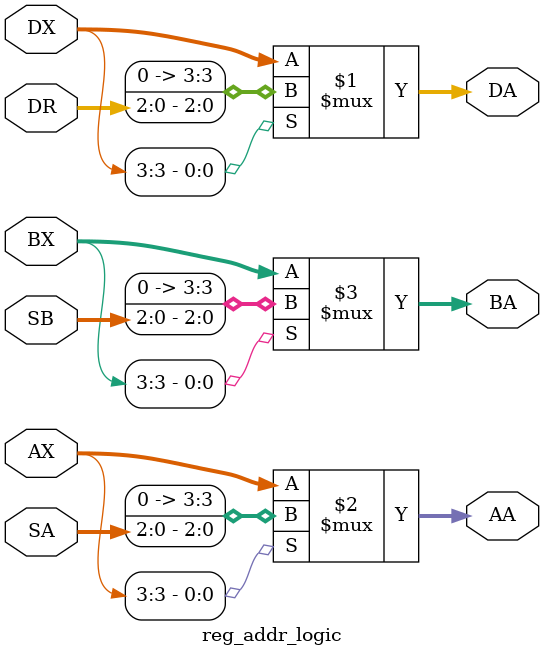
<source format=v>
`timescale 1ns / 1ps
module reg_addr_logic(
    input [2:0] DR,
    input [2:0] SA,
    input [2:0] SB,
    input [3:0] AX,
    input [3:0] BX,
    input [3:0] DX,
    output [3:0] DA,
    output [3:0] AA,
    output [3:0] BA
    );
	 
	 assign DA = (DX[3]?{1'b0,DR}:DX);
	 
	 assign AA = (AX[3]?{1'b0,SA}:AX);
	 
	 assign BA = (BX[3]?{1'b0,SB}:BX);


endmodule

</source>
